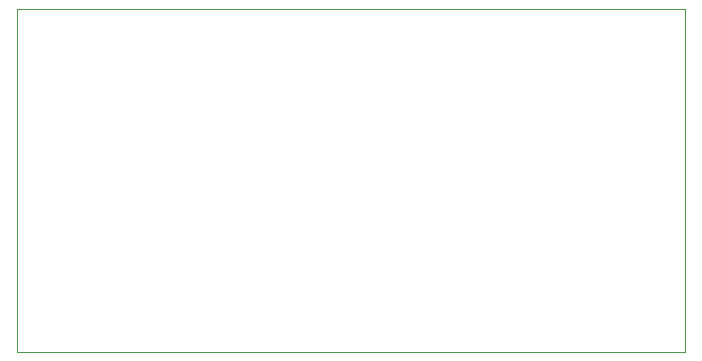
<source format=gm1>
%TF.GenerationSoftware,KiCad,Pcbnew,8.0.4*%
%TF.CreationDate,2024-08-05T19:41:17-07:00*%
%TF.ProjectId,20220727_Projects_Ideal_Diode_02,32303232-3037-4323-975f-50726f6a6563,rev?*%
%TF.SameCoordinates,PX9634260PY6ea0500*%
%TF.FileFunction,Profile,NP*%
%FSLAX46Y46*%
G04 Gerber Fmt 4.6, Leading zero omitted, Abs format (unit mm)*
G04 Created by KiCad (PCBNEW 8.0.4) date 2024-08-05 19:41:17*
%MOMM*%
%LPD*%
G01*
G04 APERTURE LIST*
%TA.AperFunction,Profile*%
%ADD10C,0.100000*%
%TD*%
G04 APERTURE END LIST*
D10*
X0Y0D02*
X0Y29000000D01*
X0Y29000000D02*
X56500000Y29000000D01*
X56500000Y0D02*
X0Y0D01*
X56500000Y29000000D02*
X56500000Y0D01*
M02*

</source>
